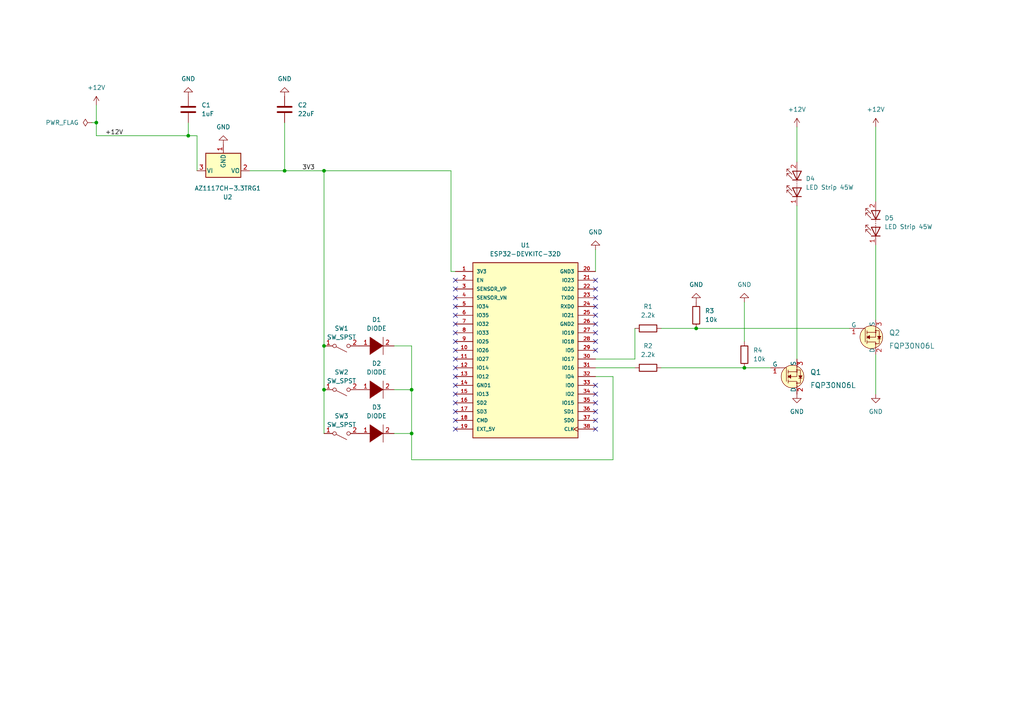
<source format=kicad_sch>
(kicad_sch (version 20211123) (generator eeschema)
  (paper "A4")
  (lib_symbols
    (symbol "Device:C" (pin_numbers hide) (pin_names (offset 0.254))
      (property "Reference" "C" (at 0.635 2.54 0))
      (property "Value" "C" (at 0.635 -2.54 0))
      (symbol "C_0_1"
        (polyline (pts (xy -2.032 -0.762) (xy 2.032 -0.762)) (stroke (width 0.508)))
        (polyline (pts (xy -2.032 0.762) (xy 2.032 0.762)) (stroke (width 0.508)))
      )
      (symbol "C_1_1"
        (pin passive line (at 0 3.81 270) (length 2.794) (name "~") (number "1"))
        (pin passive line (at 0 -3.81 90) (length 2.794) (name "~") (number "2"))
      )
    )
    (symbol "Device:LED_Series" (pin_names (offset 1.016) hide)
      (property "Reference" "D" (at 0 5.715 0))
      (property "Value" "LED_Series" (at 0 3.81 0))
      (symbol "LED_Series_0_1"
        (polyline (pts (xy -3.81 0) (xy -1.016 0)))
        (polyline (pts (xy -3.683 -1.27) (xy -3.683 1.27)) (stroke (width 0.254)))
        (polyline (pts (xy -0.508 0) (xy -0.762 0)))
        (polyline (pts (xy 0.127 0) (xy -0.127 0)))
        (polyline (pts (xy 0.508 0) (xy 0.762 0)))
        (polyline (pts (xy 1.016 0) (xy 3.81 0)))
        (polyline (pts (xy 1.143 -1.27) (xy 1.143 1.27)) (stroke (width 0.254)))
        (polyline (pts (xy -1.143 -1.27) (xy -1.143 1.27) (xy -3.683 0) (xy -1.143 -1.27)) (stroke (width 0.254)))
        (polyline (pts (xy 3.683 -1.27) (xy 3.683 1.27) (xy 1.143 0) (xy 3.683 -1.27)) (stroke (width 0.254)))
        (polyline (pts (xy -3.302 1.397) (xy -1.778 2.921) (xy -2.54 2.921) (xy -1.778 2.921) (xy -1.778 2.159)))
        (polyline (pts (xy -2.032 1.397) (xy -0.508 2.921) (xy -1.27 2.921) (xy -0.508 2.921) (xy -0.508 2.159)))
        (polyline (pts (xy 1.524 1.397) (xy 3.048 2.921) (xy 2.286 2.921) (xy 3.048 2.921) (xy 3.048 2.159)))
        (polyline (pts (xy 2.794 1.397) (xy 4.318 2.921) (xy 3.556 2.921) (xy 4.318 2.921) (xy 4.318 2.159)))
      )
      (symbol "LED_Series_1_1"
        (pin passive line (at -6.35 0 0) (length 2.54) (name "K") (number "1"))
        (pin passive line (at 6.35 0 180) (length 2.54) (name "A") (number "2"))
      )
    )
    (symbol "Device:R" (pin_numbers hide) (pin_names (offset 0))
      (property "Reference" "R" (at 2.032 0 90))
      (property "Value" "R" (at 0 0 90))
      (symbol "R_0_1"
        (rectangle (start -1.016 -2.54) (end 1.016 2.54) (stroke (width 0.254)))
      )
      (symbol "R_1_1"
        (pin passive line (at 0 3.81 270) (length 1.27) (name "~") (number "1"))
        (pin passive line (at 0 -3.81 90) (length 1.27) (name "~") (number "2"))
      )
    )
    (symbol "ESP32:ESP32-DEVKITC-32D" (pin_names (offset 1.016))
      (property "Reference" "U" (at -15.2654 26.0604 0))
      (property "Value" "ESP32-DEVKITC-32D" (at -15.2654 -27.9654 0))
      (symbol "ESP32-DEVKITC-32D_0_0"
        (rectangle (start -15.24 -25.4) (end 15.24 25.4) (stroke (width 0.254)) (fill (type background)))
        (pin power_in line (at -20.32 22.86 0) (length 5.08) (name "3V3") (number "1"))
        (pin bidirectional line (at -20.32 0 0) (length 5.08) (name "IO26") (number "10"))
        (pin bidirectional line (at -20.32 -2.54 0) (length 5.08) (name "IO27") (number "11"))
        (pin bidirectional line (at -20.32 -5.08 0) (length 5.08) (name "IO14") (number "12"))
        (pin bidirectional line (at -20.32 -7.62 0) (length 5.08) (name "IO12") (number "13"))
        (pin power_in line (at -20.32 -10.16 0) (length 5.08) (name "GND1") (number "14"))
        (pin bidirectional line (at -20.32 -12.7 0) (length 5.08) (name "IO13") (number "15"))
        (pin bidirectional line (at -20.32 -15.24 0) (length 5.08) (name "SD2") (number "16"))
        (pin bidirectional line (at -20.32 -17.78 0) (length 5.08) (name "SD3") (number "17"))
        (pin bidirectional line (at -20.32 -20.32 0) (length 5.08) (name "CMD") (number "18"))
        (pin power_in line (at -20.32 -22.86 0) (length 5.08) (name "EXT_5V") (number "19"))
        (pin input line (at -20.32 20.32 0) (length 5.08) (name "EN") (number "2"))
        (pin power_in line (at 20.32 22.86 180) (length 5.08) (name "GND3") (number "20"))
        (pin bidirectional line (at 20.32 20.32 180) (length 5.08) (name "IO23") (number "21"))
        (pin bidirectional line (at 20.32 17.78 180) (length 5.08) (name "IO22") (number "22"))
        (pin output line (at 20.32 15.24 180) (length 5.08) (name "TXD0") (number "23"))
        (pin input line (at 20.32 12.7 180) (length 5.08) (name "RXD0") (number "24"))
        (pin bidirectional line (at 20.32 10.16 180) (length 5.08) (name "IO21") (number "25"))
        (pin power_in line (at 20.32 7.62 180) (length 5.08) (name "GND2") (number "26"))
        (pin bidirectional line (at 20.32 5.08 180) (length 5.08) (name "IO19") (number "27"))
        (pin bidirectional line (at 20.32 2.54 180) (length 5.08) (name "IO18") (number "28"))
        (pin bidirectional line (at 20.32 0 180) (length 5.08) (name "IO5") (number "29"))
        (pin input line (at -20.32 17.78 0) (length 5.08) (name "SENSOR_VP") (number "3"))
        (pin bidirectional line (at 20.32 -2.54 180) (length 5.08) (name "IO17") (number "30"))
        (pin bidirectional line (at 20.32 -5.08 180) (length 5.08) (name "IO16") (number "31"))
        (pin bidirectional line (at 20.32 -7.62 180) (length 5.08) (name "IO4") (number "32"))
        (pin bidirectional line (at 20.32 -10.16 180) (length 5.08) (name "IO0") (number "33"))
        (pin bidirectional line (at 20.32 -12.7 180) (length 5.08) (name "IO2") (number "34"))
        (pin bidirectional line (at 20.32 -15.24 180) (length 5.08) (name "IO15") (number "35"))
        (pin bidirectional line (at 20.32 -17.78 180) (length 5.08) (name "SD1") (number "36"))
        (pin bidirectional line (at 20.32 -20.32 180) (length 5.08) (name "SD0") (number "37"))
        (pin input clock (at 20.32 -22.86 180) (length 5.08) (name "CLK") (number "38"))
        (pin input line (at -20.32 15.24 0) (length 5.08) (name "SENSOR_VN") (number "4"))
        (pin bidirectional line (at -20.32 12.7 0) (length 5.08) (name "IO34") (number "5"))
        (pin bidirectional line (at -20.32 10.16 0) (length 5.08) (name "IO35") (number "6"))
        (pin bidirectional line (at -20.32 7.62 0) (length 5.08) (name "IO32") (number "7"))
        (pin bidirectional line (at -20.32 5.08 0) (length 5.08) (name "IO33") (number "8"))
        (pin bidirectional line (at -20.32 2.54 0) (length 5.08) (name "IO25") (number "9"))
      )
    )
    (symbol "Regulator_Linear:AZ1117-3.3" (pin_names (offset 0.254))
      (property "Reference" "U" (at -3.81 3.175 0))
      (property "Value" "AZ1117-3.3" (at 0 3.175 0))
      (symbol "AZ1117-3.3_0_1"
        (rectangle (start -5.08 1.905) (end 5.08 -5.08) (stroke (width 0.254)) (fill (type background)))
      )
      (symbol "AZ1117-3.3_1_1"
        (pin power_in line (at 0 -7.62 90) (length 2.54) (name "GND") (number "1"))
        (pin power_out line (at 7.62 0 180) (length 2.54) (name "VO") (number "2"))
        (pin power_in line (at -7.62 0 0) (length 2.54) (name "VI") (number "3"))
      )
    )
    (symbol "Switch:SW_SPST" (pin_names (offset 0) hide)
      (property "Reference" "SW" (at 0 3.175 0))
      (property "Value" "SW_SPST" (at 0 -2.54 0))
      (symbol "SW_SPST_0_0"
        (circle (center -2.032 0) (radius 0.508))
        (polyline (pts (xy -1.524 0.254) (xy 1.524 1.778)))
        (circle (center 2.032 0) (radius 0.508))
      )
      (symbol "SW_SPST_1_1"
        (pin passive line (at -5.08 0 0) (length 2.54) (name "A") (number "1"))
        (pin passive line (at 5.08 0 180) (length 2.54) (name "B") (number "2"))
      )
    )
    (symbol "dk_Transistors-FETs-MOSFETs-Single:FQP30N06L" (pin_names (offset 0))
      (property "Reference" "Q" (at -2.6924 3.6322 0))
      (property "Value" "FQP30N06L" (at 3.4544 0 90))
      (symbol "FQP30N06L_0_1"
        (circle (center -1.27 0) (radius 3.302) (fill (type background)))
        (circle (center 0 -1.905) (radius 0.127))
        (circle (center 0 -1.397) (radius 0.127))
        (polyline (pts (xy 0 -1.397) (xy -2.54 -1.397)))
        (polyline (pts (xy -5.08 -2.54) (xy -3.048 -2.54) (xy -3.048 1.397)))
        (polyline (pts (xy 0 -2.54) (xy 0 0) (xy -2.54 0)))
        (polyline (pts (xy 0 2.54) (xy 0 1.397) (xy -2.54 1.397)))
        (polyline (pts (xy -0.127 -1.905) (xy 1.016 -1.905) (xy 1.016 1.397) (xy 1.016 1.905) (xy -0.127 1.905)))
        (circle (center 0 1.905) (radius 0.127))
      )
      (symbol "FQP30N06L_1_1"
        (polyline (pts (xy -2.54 -1.397) (xy -2.54 -1.905)))
        (polyline (pts (xy -2.54 -1.397) (xy -2.54 -0.889)))
        (polyline (pts (xy -2.54 0) (xy -2.54 -0.508)))
        (polyline (pts (xy -2.54 0) (xy -2.54 0.508)))
        (polyline (pts (xy -2.54 1.905) (xy -2.54 0.889)))
        (polyline (pts (xy 1.524 0.508) (xy 0.508 0.508)))
        (polyline (pts (xy -2.54 0) (xy -1.778 0.508) (xy -1.778 -0.508) (xy -2.54 0)) (fill (type outline)))
        (polyline (pts (xy 1.016 0.508) (xy 0.508 -0.254) (xy 1.524 -0.254) (xy 1.016 0.508)) (fill (type outline)))
        (pin bidirectional line (at -7.62 -2.54 0) (length 2.54) (name "G") (number "1"))
        (pin bidirectional line (at 0 5.08 270) (length 2.54) (name "D") (number "2"))
        (pin bidirectional line (at 0 -5.08 90) (length 2.54) (name "S") (number "3"))
      )
    )
    (symbol "power:+12V" (power) (pin_names (offset 0))
      (property "Value" "+12V" (at 0 3.556 0))
      (symbol "+12V_0_1"
        (polyline (pts (xy -0.762 1.27) (xy 0 2.54)))
        (polyline (pts (xy 0 0) (xy 0 2.54)))
        (polyline (pts (xy 0 2.54) (xy 0.762 1.27)))
      )
      (symbol "+12V_1_1"
        (pin power_in line (at 0 0 90) (length 0) hide (name "+12V") (number "1"))
      )
    )
    (symbol "power:GND" (power) (pin_names (offset 0))
      (property "Value" "GND" (at 0 -3.81 0))
      (symbol "GND_0_1"
        (polyline (pts (xy 0 0) (xy 0 -1.27) (xy 1.27 -1.27) (xy 0 -2.54) (xy -1.27 -1.27) (xy 0 -1.27)))
      )
      (symbol "GND_1_1"
        (pin power_in line (at 0 0 270) (length 0) hide (name "GND") (number "1"))
      )
    )
    (symbol "power:PWR_FLAG" (power) (pin_numbers hide) (pin_names (offset 0) hide)
      (property "Value" "PWR_FLAG" (at 0 3.81 0))
      (symbol "PWR_FLAG_0_0"
        (pin power_out line (at 0 0 90) (length 0) (name "pwr") (number "1"))
      )
      (symbol "PWR_FLAG_0_1"
        (polyline (pts (xy 0 0) (xy 0 1.27) (xy -1.016 1.905) (xy 0 2.54) (xy 1.016 1.905) (xy 0 1.27)))
      )
    )
    (symbol "pspice:DIODE" (pin_names (offset 1.016) hide)
      (property "Reference" "D" (at 0 3.81 0))
      (property "Value" "DIODE" (at 0 -4.445 0))
      (symbol "DIODE_0_1"
        (polyline (pts (xy 1.905 2.54) (xy 1.905 -2.54)))
        (polyline (pts (xy -1.905 2.54) (xy -1.905 -2.54) (xy 1.905 0)) (fill (type outline)))
      )
      (symbol "DIODE_1_1"
        (pin input line (at -5.08 0 0) (length 3.81) (name "K") (number "1"))
        (pin input line (at 5.08 0 180) (length 3.81) (name "A") (number "2"))
      )
    )
  )
  (junction (at 201.93 95.25))
  (junction (at 93.98 113.03))
  (junction (at 82.55 49.53))
  (junction (at 93.98 100.33))
  (junction (at 119.38 125.73))
  (junction (at 215.9 106.68))
  (junction (at 93.98 49.53))
  (junction (at 119.38 113.03))
  (junction (at 54.61 39.37))
  (junction (at 27.94 35.56))
  (no_connect (at 172.72 124.46))
  (no_connect (at 172.72 119.38))
  (no_connect (at 172.72 111.76))
  (no_connect (at 172.72 114.3))
  (no_connect (at 172.72 116.84))
  (no_connect (at 172.72 121.92))
  (no_connect (at 172.72 88.9))
  (no_connect (at 172.72 96.52))
  (no_connect (at 172.72 101.6))
  (no_connect (at 172.72 99.06))
  (no_connect (at 172.72 93.98))
  (no_connect (at 132.08 104.14))
  (no_connect (at 132.08 109.22))
  (no_connect (at 132.08 96.52))
  (no_connect (at 132.08 93.98))
  (no_connect (at 132.08 99.06))
  (no_connect (at 132.08 101.6))
  (no_connect (at 132.08 106.68))
  (no_connect (at 132.08 83.82))
  (no_connect (at 132.08 81.28))
  (no_connect (at 132.08 86.36))
  (no_connect (at 132.08 91.44))
  (no_connect (at 132.08 88.9))
  (no_connect (at 132.08 114.3))
  (no_connect (at 132.08 121.92))
  (no_connect (at 132.08 116.84))
  (no_connect (at 132.08 111.76))
  (no_connect (at 132.08 124.46))
  (no_connect (at 132.08 119.38))
  (no_connect (at 172.72 91.44))
  (no_connect (at 172.72 81.28))
  (no_connect (at 172.72 83.82))
  (no_connect (at 172.72 86.36))
  (wire (pts (xy 57.15 39.37) (xy 57.15 49.53)))
  (wire (pts (xy 93.98 49.53) (xy 130.81 49.53)))
  (wire (pts (xy 130.81 49.53) (xy 130.81 78.74)))
  (wire (pts (xy 119.38 125.73) (xy 119.38 133.35)))
  (wire (pts (xy 119.38 125.73) (xy 119.38 113.03)))
  (wire (pts (xy 231.14 59.69) (xy 231.14 104.14)))
  (wire (pts (xy 254 58.42) (xy 254 36.83)))
  (wire (pts (xy 254 114.3) (xy 254 102.87)))
  (wire (pts (xy 27.94 35.56) (xy 27.94 30.48)))
  (wire (pts (xy 119.38 113.03) (xy 114.3 113.03)))
  (wire (pts (xy 172.72 104.14) (xy 184.15 104.14)))
  (wire (pts (xy 119.38 100.33) (xy 114.3 100.33)))
  (wire (pts (xy 191.77 95.25) (xy 201.93 95.25)))
  (wire (pts (xy 93.98 49.53) (xy 93.98 100.33)))
  (wire (pts (xy 191.77 106.68) (xy 215.9 106.68)))
  (wire (pts (xy 54.61 35.56) (xy 54.61 39.37)))
  (wire (pts (xy 114.3 125.73) (xy 119.38 125.73)))
  (wire (pts (xy 201.93 95.25) (xy 246.38 95.25)))
  (wire (pts (xy 27.94 39.37) (xy 27.94 35.56)))
  (wire (pts (xy 215.9 106.68) (xy 223.52 106.68)))
  (wire (pts (xy 130.81 78.74) (xy 132.08 78.74)))
  (wire (pts (xy 254 71.12) (xy 254 92.71)))
  (wire (pts (xy 172.72 72.39) (xy 172.72 78.74)))
  (wire (pts (xy 54.61 39.37) (xy 57.15 39.37)))
  (wire (pts (xy 26.67 35.56) (xy 27.94 35.56)))
  (wire (pts (xy 82.55 35.56) (xy 82.55 49.53)))
  (wire (pts (xy 27.94 39.37) (xy 54.61 39.37)))
  (wire (pts (xy 184.15 104.14) (xy 184.15 95.25)))
  (wire (pts (xy 119.38 133.35) (xy 177.8 133.35)))
  (wire (pts (xy 215.9 87.63) (xy 215.9 99.06)))
  (wire (pts (xy 93.98 100.33) (xy 93.98 113.03)))
  (wire (pts (xy 93.98 113.03) (xy 93.98 125.73)))
  (wire (pts (xy 82.55 49.53) (xy 93.98 49.53)))
  (wire (pts (xy 72.39 49.53) (xy 82.55 49.53)))
  (wire (pts (xy 177.8 109.22) (xy 172.72 109.22)))
  (wire (pts (xy 119.38 100.33) (xy 119.38 113.03)))
  (wire (pts (xy 177.8 133.35) (xy 177.8 109.22)))
  (wire (pts (xy 231.14 36.83) (xy 231.14 46.99)))
  (wire (pts (xy 172.72 106.68) (xy 184.15 106.68)))
  (label "+12V" (at 30.48 39.37 0))
  (label "3V3" (at 87.63 49.53 0))
  (symbol (lib_id "ESP32:ESP32-DEVKITC-32D") (at 152.4 101.6 0) (unit 1)
    (property "Reference" "U1" (at 152.4 71.12 0))
    (property "Value" "ESP32-DEVKITC-32D" (at 152.4 73.66 0))
    (property "Footprint" "MODULE_ESP32-DEVKITC-32D" (effects hide))
    (property "MANUFACTURER" "Espressif Systems" (effects hide))
    (property "PARTREV" "4" (effects hide))
  )
  (symbol (lib_id "Device:C") (at 82.55 31.75 0) (unit 1)
    (property "Reference" "C2" (at 86.36 30.4799 0) (effects (justify left)))
    (property "Value" "22uF" (at 86.36 33.0199 0) (effects (justify left)))
  )
  (symbol (lib_id "power:GND") (at 64.77 41.91 180) (unit 1)
    (property "Reference" "#PWR03" (effects hide))
    (property "Value" "GND" (at 64.77 36.83 0))
  )
  (symbol (lib_id "power:GND") (at 254 114.3 0) (unit 1)
    (property "Reference" "#PWR09" (effects hide))
    (property "Value" "GND" (at 254 119.38 0))
  )
  (symbol (lib_id "power:+12V") (at 231.14 36.83 0) (unit 1)
    (property "Reference" "#PWR010" (effects hide))
    (property "Value" "+12V" (at 231.14 31.75 0))
  )
  (symbol (lib_id "Device:LED_Series") (at 231.14 53.34 90) (unit 1)
    (property "Reference" "D4" (at 233.68 51.8159 90) (effects (justify right)))
    (property "Value" "LED Strip 45W" (at 233.68 54.3559 90) (effects (justify right)))
  )
  (symbol (lib_id "Device:R") (at 201.93 91.44 180) (unit 1)
    (property "Reference" "R3" (at 204.47 90.1699 0) (effects (justify right)))
    (property "Value" "10k" (at 204.47 92.7099 0) (effects (justify right)))
  )
  (symbol (lib_id "dk_Transistors-FETs-MOSFETs-Single:FQP30N06L") (at 254 97.79 0) (mirror x) (unit 1)
    (property "Reference" "Q2" (at 257.81 96.52 0) (effects (font (size 1.524 1.524)) (justify left)))
    (property "Value" "FQP30N06L" (at 257.81 100.33 0) (effects (font (size 1.524 1.524)) (justify left)))
    (property "Footprint" "digikey-footprints:TO-220-3" (effects hide))
    (property "Datasheet" "https://www.onsemi.com/pub/Collateral/FQP30N06L-D.pdf" (effects hide))
    (property "Digi-Key_PN" "FQP30N06L-ND" (effects hide))
    (property "MPN" "FQP30N06L" (effects hide))
    (property "Category" "Discrete Semiconductor Products" (effects hide))
    (property "Family" "Transistors - FETs, MOSFETs - Single" (effects hide))
    (property "DK_Datasheet_Link" "https://www.onsemi.com/pub/Collateral/FQP30N06L-D.pdf" (effects hide))
    (property "DK_Detail_Page" "/product-detail/en/on-semiconductor/FQP30N06L/FQP30N06L-ND/1055122" (effects hide))
    (property "Description" "MOSFET N-CH 60V 32A TO-220" (effects hide))
    (property "Manufacturer" "ON Semiconductor" (effects hide))
    (property "Status" "Active" (effects hide))
  )
  (symbol (lib_id "Switch:SW_SPST") (at 99.06 113.03 0) (mirror x) (unit 1)
    (property "Reference" "SW2" (at 99.06 107.95 0))
    (property "Value" "SW_SPST" (at 99.06 110.49 0))
  )
  (symbol (lib_id "Switch:SW_SPST") (at 99.06 125.73 0) (mirror x) (unit 1)
    (property "Reference" "SW3" (at 99.06 120.65 0))
    (property "Value" "SW_SPST" (at 99.06 123.19 0))
  )
  (symbol (lib_id "power:GND") (at 82.55 27.94 180) (unit 1)
    (property "Reference" "#PWR04" (effects hide))
    (property "Value" "GND" (at 82.55 22.86 0))
  )
  (symbol (lib_id "pspice:DIODE") (at 109.22 113.03 0) (mirror x) (unit 1)
    (property "Reference" "D2" (at 109.22 105.41 0))
    (property "Value" "DIODE" (at 109.22 107.95 0))
  )
  (symbol (lib_id "pspice:DIODE") (at 109.22 125.73 0) (mirror x) (unit 1)
    (property "Reference" "D3" (at 109.22 118.11 0))
    (property "Value" "DIODE" (at 109.22 120.65 0))
  )
  (symbol (lib_id "power:GND") (at 231.14 114.3 0) (unit 1)
    (property "Reference" "#PWR08" (effects hide))
    (property "Value" "GND" (at 231.14 119.38 0))
  )
  (symbol (lib_id "Regulator_Linear:AZ1117-3.3") (at 64.77 49.53 0) (mirror x) (unit 1)
    (property "Reference" "U2" (at 66.04 57.15 0))
    (property "Value" "AZ1117CH-3.3TRG1" (at 66.04 54.61 0))
    (property "Footprint" "digikey-footprints:SOT-223" (effects hide))
    (property "Datasheet" "https://www.diodes.com/assets/Datasheets/AZ1117.pdf" (effects hide))
    (property "Digi-Key_PN" "AZ1117CH-3.3TRG1DICT-ND" (effects hide))
    (property "MPN" "AZ1117CH-3.3TRG1" (effects hide))
    (property "Category" "Integrated Circuits (ICs)" (effects hide))
    (property "Family" "PMIC - Voltage Regulators - Linear" (effects hide))
    (property "DK_Datasheet_Link" "https://www.diodes.com/assets/Datasheets/AZ1117C.pdf" (effects hide))
    (property "DK_Detail_Page" "/product-detail/en/diodes-incorporated/AZ1117CH-3.3TRG1/AZ1117CH-3.3TRG1DICT-ND/4505206" (effects hide))
    (property "Description" "IC REG LINEAR 3.3V 800MA SOT223" (effects hide))
    (property "Manufacturer" "Diodes Incorporated" (effects hide))
    (property "Status" "Active" (effects hide))
  )
  (symbol (lib_id "Device:R") (at 187.96 95.25 90) (unit 1)
    (property "Reference" "R1" (at 187.96 88.9 90))
    (property "Value" "2.2k" (at 187.96 91.44 90))
  )
  (symbol (lib_id "Device:LED_Series") (at 254 64.77 90) (unit 1)
    (property "Reference" "D5" (at 256.54 63.2459 90) (effects (justify right)))
    (property "Value" "LED Strip 45W" (at 256.54 65.7859 90) (effects (justify right)))
  )
  (symbol (lib_id "power:+12V") (at 27.94 30.48 0) (unit 1)
    (property "Reference" "#PWR02" (effects hide))
    (property "Value" "+12V" (at 27.94 25.4 0))
  )
  (symbol (lib_id "dk_Transistors-FETs-MOSFETs-Single:FQP30N06L") (at 231.14 109.22 0) (mirror x) (unit 1)
    (property "Reference" "Q1" (at 234.95 107.95 0) (effects (font (size 1.524 1.524)) (justify left)))
    (property "Value" "FQP30N06L" (at 234.95 111.76 0) (effects (font (size 1.524 1.524)) (justify left)))
    (property "Footprint" "digikey-footprints:TO-220-3" (effects hide))
    (property "Datasheet" "https://www.onsemi.com/pub/Collateral/FQP30N06L-D.pdf" (effects hide))
    (property "Digi-Key_PN" "FQP30N06L-ND" (effects hide))
    (property "MPN" "FQP30N06L" (effects hide))
    (property "Category" "Discrete Semiconductor Products" (effects hide))
    (property "Family" "Transistors - FETs, MOSFETs - Single" (effects hide))
    (property "DK_Datasheet_Link" "https://www.onsemi.com/pub/Collateral/FQP30N06L-D.pdf" (effects hide))
    (property "DK_Detail_Page" "/product-detail/en/on-semiconductor/FQP30N06L/FQP30N06L-ND/1055122" (effects hide))
    (property "Description" "MOSFET N-CH 60V 32A TO-220" (effects hide))
    (property "Manufacturer" "ON Semiconductor" (effects hide))
    (property "Status" "Active" (effects hide))
  )
  (symbol (lib_id "Device:R") (at 187.96 106.68 90) (unit 1)
    (property "Reference" "R2" (at 187.96 100.33 90))
    (property "Value" "2.2k" (at 187.96 102.87 90))
  )
  (symbol (lib_id "Switch:SW_SPST") (at 99.06 100.33 0) (mirror x) (unit 1)
    (property "Reference" "SW1" (at 99.06 95.25 0))
    (property "Value" "SW_SPST" (at 99.06 97.79 0))
  )
  (symbol (lib_id "pspice:DIODE") (at 109.22 100.33 0) (mirror x) (unit 1)
    (property "Reference" "D1" (at 109.22 92.71 0))
    (property "Value" "DIODE" (at 109.22 95.25 0))
  )
  (symbol (lib_id "power:GND") (at 54.61 27.94 180) (unit 1)
    (property "Reference" "#PWR01" (effects hide))
    (property "Value" "GND" (at 54.61 22.86 0))
  )
  (symbol (lib_id "power:GND") (at 201.93 87.63 0) (mirror x) (unit 1)
    (property "Reference" "#PWR07" (effects hide))
    (property "Value" "GND" (at 201.93 82.55 0))
  )
  (symbol (lib_id "Device:C") (at 54.61 31.75 180) (unit 1)
    (property "Reference" "C1" (at 58.42 30.4799 0) (effects (justify right)))
    (property "Value" "1uF" (at 58.42 33.0199 0) (effects (justify right)))
  )
  (symbol (lib_id "power:+12V") (at 254 36.83 0) (unit 1)
    (property "Reference" "#PWR011" (effects hide))
    (property "Value" "+12V" (at 254 31.75 0))
  )
  (symbol (lib_id "power:PWR_FLAG") (at 26.67 35.56 90) (unit 1)
    (property "Reference" "#FLG01" (effects hide))
    (property "Value" "PWR_FLAG" (at 22.86 35.5599 90) (effects (justify left)))
  )
  (symbol (lib_id "power:GND") (at 215.9 87.63 180) (unit 1)
    (property "Reference" "#PWR06" (effects hide))
    (property "Value" "GND" (at 215.9 82.55 0))
  )
  (symbol (lib_id "power:GND") (at 172.72 72.39 180) (unit 1)
    (property "Reference" "#PWR05" (effects hide))
    (property "Value" "GND" (at 172.72 67.31 0))
  )
  (symbol (lib_id "Device:R") (at 215.9 102.87 180) (unit 1)
    (property "Reference" "R4" (at 218.44 101.5999 0) (effects (justify right)))
    (property "Value" "10k" (at 218.44 104.1399 0) (effects (justify right)))
  )
)
</source>
